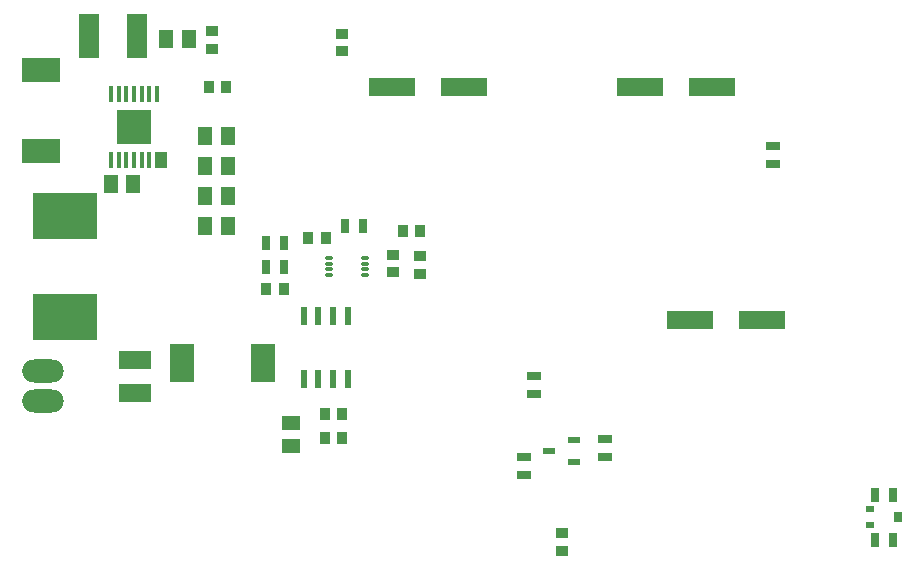
<source format=gtp>
G04 (created by PCBNEW (2014-01-10 BZR 4027)-stable) date Thursday, 14 August 2014 18:29:29*
%MOIN*%
G04 Gerber Fmt 3.4, Leading zero omitted, Abs format*
%FSLAX34Y34*%
G01*
G70*
G90*
G04 APERTURE LIST*
%ADD10C,0.00590551*%
%ADD11O,0.0315X0.0118*%
%ADD12R,0.0165X0.0579*%
%ADD13R,0.0413386X0.0579*%
%ADD14R,0.114173X0.114173*%
%ADD15R,0.0394X0.0354*%
%ADD16R,0.0709X0.1457*%
%ADD17R,0.0512X0.059*%
%ADD18R,0.106X0.063*%
%ADD19R,0.059X0.0512*%
%ADD20R,0.1259X0.0787*%
%ADD21R,0.0787X0.1259*%
%ADD22R,0.216535X0.15748*%
%ADD23O,0.138385X0.0767717*%
%ADD24R,0.0354X0.0394*%
%ADD25R,0.023622X0.0629921*%
%ADD26R,0.0394X0.0236*%
%ADD27R,0.045X0.025*%
%ADD28R,0.0276X0.0236*%
%ADD29R,0.0276X0.0354*%
%ADD30R,0.025X0.045*%
%ADD31R,0.1575X0.063*%
G04 APERTURE END LIST*
G54D10*
G54D11*
X75240Y-67605D03*
X75240Y-67802D03*
X75240Y-67998D03*
X75240Y-68195D03*
X76460Y-68195D03*
X76460Y-67998D03*
X76460Y-67802D03*
X76460Y-67605D03*
G54D12*
X68750Y-64352D03*
X69006Y-64352D03*
X69262Y-64352D03*
G54D13*
X69642Y-64352D03*
G54D12*
X69518Y-62148D03*
X67982Y-64352D03*
X68238Y-64352D03*
X68494Y-64352D03*
X69262Y-62148D03*
X69006Y-62148D03*
X68750Y-62148D03*
X68494Y-62148D03*
X68238Y-62148D03*
X67979Y-62148D03*
G54D14*
X68750Y-63250D03*
G54D15*
X77400Y-67504D03*
X77400Y-68096D03*
X78300Y-67554D03*
X78300Y-68146D03*
G54D16*
X68857Y-60200D03*
X67243Y-60200D03*
G54D17*
X68725Y-65150D03*
X67975Y-65150D03*
G54D18*
X68774Y-71000D03*
X68774Y-72100D03*
G54D19*
X74000Y-73125D03*
X74000Y-73875D03*
G54D20*
X65650Y-64038D03*
X65650Y-61362D03*
G54D21*
X70362Y-71100D03*
X73038Y-71100D03*
G54D22*
X66450Y-69573D03*
X66450Y-66226D03*
G54D23*
X65725Y-71374D03*
X65725Y-72374D03*
G54D15*
X75688Y-60137D03*
X75688Y-60729D03*
G54D24*
X73746Y-68650D03*
X73154Y-68650D03*
X78296Y-66725D03*
X77704Y-66725D03*
X74554Y-66950D03*
X75146Y-66950D03*
G54D17*
X69825Y-60331D03*
X70575Y-60331D03*
X71125Y-64550D03*
X71875Y-64550D03*
X71125Y-65550D03*
X71875Y-65550D03*
X71125Y-66550D03*
X71875Y-66550D03*
X71125Y-63550D03*
X71875Y-63550D03*
G54D15*
X83030Y-77386D03*
X83030Y-76794D03*
G54D24*
X75104Y-72800D03*
X75696Y-72800D03*
X75104Y-73620D03*
X75696Y-73620D03*
X71241Y-61920D03*
X71833Y-61920D03*
G54D15*
X71350Y-60646D03*
X71350Y-60054D03*
G54D25*
X74411Y-69537D03*
X74411Y-71662D03*
X74903Y-69537D03*
X75396Y-69537D03*
X75888Y-69537D03*
X74903Y-71662D03*
X75396Y-71662D03*
X75888Y-71662D03*
G54D26*
X83416Y-74425D03*
X82584Y-74050D03*
X83416Y-73675D03*
G54D27*
X81750Y-74850D03*
X81750Y-74250D03*
X82100Y-72150D03*
X82100Y-71550D03*
X84450Y-74250D03*
X84450Y-73650D03*
X90059Y-64473D03*
X90059Y-63873D03*
G54D28*
X93278Y-75994D03*
G54D29*
X94222Y-76250D03*
G54D28*
X93278Y-76506D03*
G54D30*
X93450Y-75500D03*
X94050Y-75500D03*
X94050Y-77000D03*
X93450Y-77000D03*
X76400Y-66550D03*
X75800Y-66550D03*
X73750Y-67900D03*
X73150Y-67900D03*
X73750Y-67100D03*
X73150Y-67100D03*
G54D31*
X88012Y-61909D03*
X85610Y-61909D03*
X89685Y-69685D03*
X87283Y-69685D03*
X79744Y-61909D03*
X77342Y-61909D03*
M02*

</source>
